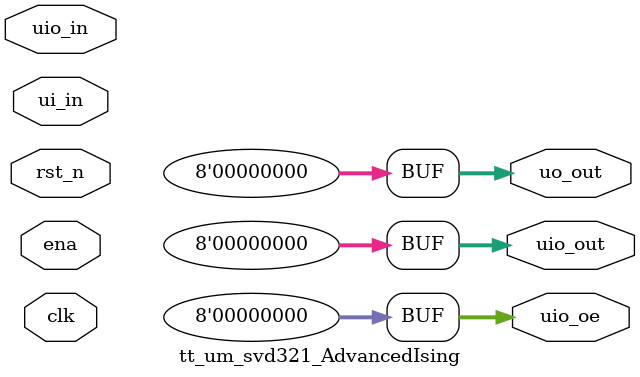
<source format=v>
/*
 * Copyright (c) 2024 Your Name
 * SPDX-License-Identifier: Apache-2.0
 */

`default_nettype none

module tt_um_svd321_AdvancedIsing (
    input  wire [7:0] ui_in,    // Dedicated inputs
    output wire [7:0] uo_out,   // Dedicated outputs
    input  wire [7:0] uio_in,   // IOs: Input path
    output wire [7:0] uio_out,  // IOs: Output path
    output wire [7:0] uio_oe,   // IOs: Enable path (active high: 0=input, 1=output)
    input  wire       ena,      // always 1 when the design is powered, so you can ignore it
    input  wire       clk,      // clock
    input  wire       rst_n     // reset_n - low to reset
);

  // All output pins must be assigned. If not used, assign to 0.
  assign uo_out  = 0;
  assign uio_out = 0;
  assign uio_oe  = 0;

endmodule

</source>
